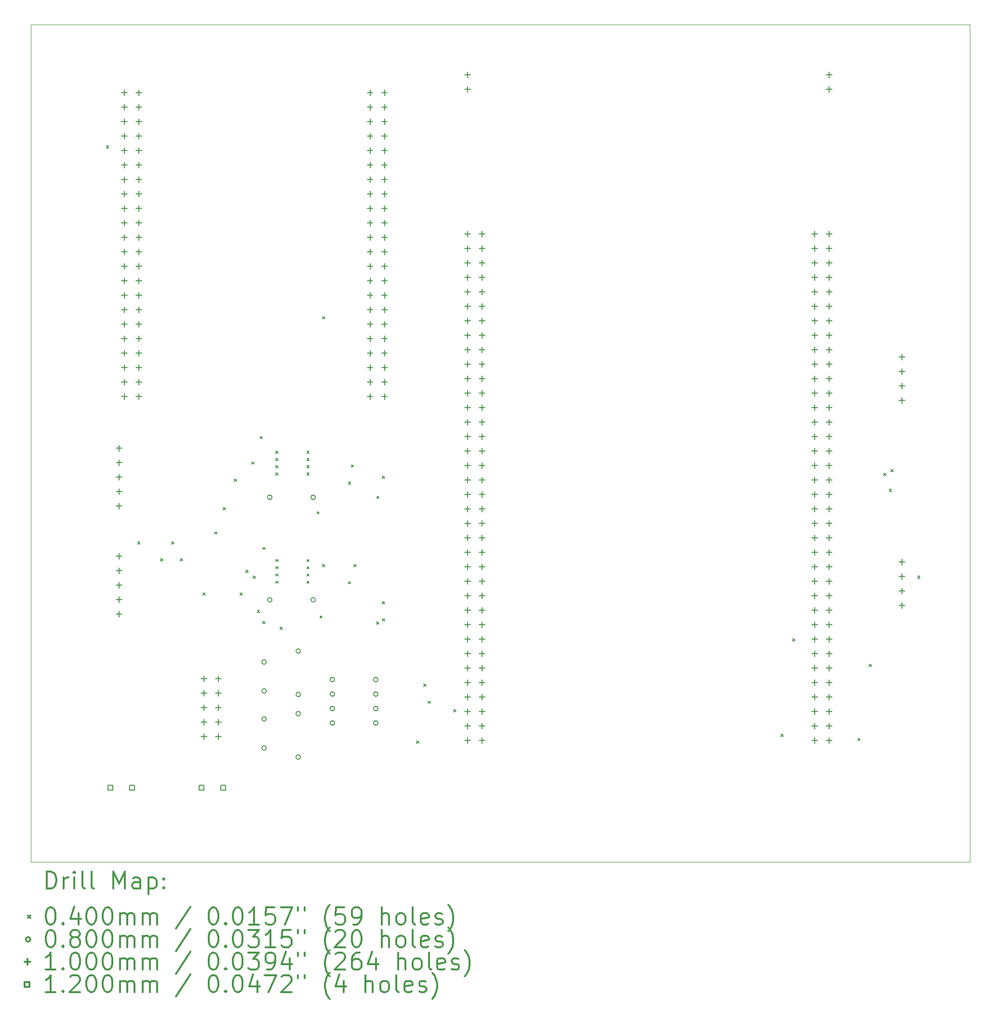
<source format=gbr>
%FSLAX45Y45*%
G04 Gerber Fmt 4.5, Leading zero omitted, Abs format (unit mm)*
G04 Created by KiCad (PCBNEW (5.1.10)-1) date 2021-07-20 10:53:30*
%MOMM*%
%LPD*%
G01*
G04 APERTURE LIST*
%TA.AperFunction,Profile*%
%ADD10C,0.100000*%
%TD*%
%ADD11C,0.200000*%
%ADD12C,0.300000*%
G04 APERTURE END LIST*
D10*
X24500000Y-4500000D02*
X24500000Y-19200000D01*
X8000000Y-4500000D02*
X24500000Y-4500000D01*
X8000000Y-19200000D02*
X8000000Y-4500000D01*
X24500000Y-19200000D02*
X8000000Y-19200000D01*
D11*
X9330000Y-6630000D02*
X9370000Y-6670000D01*
X9370000Y-6630000D02*
X9330000Y-6670000D01*
X9880000Y-13580000D02*
X9920000Y-13620000D01*
X9920000Y-13580000D02*
X9880000Y-13620000D01*
X10280000Y-13880000D02*
X10320000Y-13920000D01*
X10320000Y-13880000D02*
X10280000Y-13920000D01*
X10480000Y-13580000D02*
X10520000Y-13620000D01*
X10520000Y-13580000D02*
X10480000Y-13620000D01*
X10630000Y-13880000D02*
X10670000Y-13920000D01*
X10670000Y-13880000D02*
X10630000Y-13920000D01*
X11030000Y-14480000D02*
X11070000Y-14520000D01*
X11070000Y-14480000D02*
X11030000Y-14520000D01*
X11230000Y-13407500D02*
X11270000Y-13447500D01*
X11270000Y-13407500D02*
X11230000Y-13447500D01*
X11380000Y-12980000D02*
X11420000Y-13020000D01*
X11420000Y-12980000D02*
X11380000Y-13020000D01*
X11580000Y-12480000D02*
X11620000Y-12520000D01*
X11620000Y-12480000D02*
X11580000Y-12520000D01*
X11680000Y-14480000D02*
X11720000Y-14520000D01*
X11720000Y-14480000D02*
X11680000Y-14520000D01*
X11780000Y-14080000D02*
X11820000Y-14120000D01*
X11820000Y-14080000D02*
X11780000Y-14120000D01*
X11880000Y-12180000D02*
X11920000Y-12220000D01*
X11920000Y-12180000D02*
X11880000Y-12220000D01*
X11907500Y-14180000D02*
X11947500Y-14220000D01*
X11947500Y-14180000D02*
X11907500Y-14220000D01*
X11980000Y-14780000D02*
X12020000Y-14820000D01*
X12020000Y-14780000D02*
X11980000Y-14820000D01*
X12030000Y-11730000D02*
X12070000Y-11770000D01*
X12070000Y-11730000D02*
X12030000Y-11770000D01*
X12078735Y-13678735D02*
X12118735Y-13718735D01*
X12118735Y-13678735D02*
X12078735Y-13718735D01*
X12078735Y-14978735D02*
X12118735Y-15018735D01*
X12118735Y-14978735D02*
X12078735Y-15018735D01*
X12308900Y-11989500D02*
X12348900Y-12029500D01*
X12348900Y-11989500D02*
X12308900Y-12029500D01*
X12308900Y-12116500D02*
X12348900Y-12156500D01*
X12348900Y-12116500D02*
X12308900Y-12156500D01*
X12308900Y-12243500D02*
X12348900Y-12283500D01*
X12348900Y-12243500D02*
X12308900Y-12283500D01*
X12308900Y-12370500D02*
X12348900Y-12410500D01*
X12348900Y-12370500D02*
X12308900Y-12410500D01*
X12308900Y-13889500D02*
X12348900Y-13929500D01*
X12348900Y-13889500D02*
X12308900Y-13929500D01*
X12308900Y-14016500D02*
X12348900Y-14056500D01*
X12348900Y-14016500D02*
X12308900Y-14056500D01*
X12308900Y-14143500D02*
X12348900Y-14183500D01*
X12348900Y-14143500D02*
X12308900Y-14183500D01*
X12308900Y-14270500D02*
X12348900Y-14310500D01*
X12348900Y-14270500D02*
X12308900Y-14310500D01*
X12380000Y-15080000D02*
X12420000Y-15120000D01*
X12420000Y-15080000D02*
X12380000Y-15120000D01*
X12851100Y-11989500D02*
X12891100Y-12029500D01*
X12891100Y-11989500D02*
X12851100Y-12029500D01*
X12851100Y-12116500D02*
X12891100Y-12156500D01*
X12891100Y-12116500D02*
X12851100Y-12156500D01*
X12851100Y-12243500D02*
X12891100Y-12283500D01*
X12891100Y-12243500D02*
X12851100Y-12283500D01*
X12851100Y-12370500D02*
X12891100Y-12410500D01*
X12891100Y-12370500D02*
X12851100Y-12410500D01*
X12851100Y-13889500D02*
X12891100Y-13929500D01*
X12891100Y-13889500D02*
X12851100Y-13929500D01*
X12851100Y-14016500D02*
X12891100Y-14056500D01*
X12891100Y-14016500D02*
X12851100Y-14056500D01*
X12851100Y-14143500D02*
X12891100Y-14183500D01*
X12891100Y-14143500D02*
X12851100Y-14183500D01*
X12851100Y-14270500D02*
X12891100Y-14310500D01*
X12891100Y-14270500D02*
X12851100Y-14310500D01*
X13030000Y-13052500D02*
X13070000Y-13092500D01*
X13070000Y-13052500D02*
X13030000Y-13092500D01*
X13080000Y-14880000D02*
X13120000Y-14920000D01*
X13120000Y-14880000D02*
X13080000Y-14920000D01*
X13130000Y-9630000D02*
X13170000Y-9670000D01*
X13170000Y-9630000D02*
X13130000Y-9670000D01*
X13130000Y-13980000D02*
X13170000Y-14020000D01*
X13170000Y-13980000D02*
X13130000Y-14020000D01*
X13580000Y-12530000D02*
X13620000Y-12570000D01*
X13620000Y-12530000D02*
X13580000Y-12570000D01*
X13580000Y-14280000D02*
X13620000Y-14320000D01*
X13620000Y-14280000D02*
X13580000Y-14320000D01*
X13630000Y-12230000D02*
X13670000Y-12270000D01*
X13670000Y-12230000D02*
X13630000Y-12270000D01*
X13680000Y-13980000D02*
X13720000Y-14020000D01*
X13720000Y-13980000D02*
X13680000Y-14020000D01*
X14076500Y-14983500D02*
X14116500Y-15023500D01*
X14116500Y-14983500D02*
X14076500Y-15023500D01*
X14080000Y-12780000D02*
X14120000Y-12820000D01*
X14120000Y-12780000D02*
X14080000Y-12820000D01*
X14180000Y-12430000D02*
X14220000Y-12470000D01*
X14220000Y-12430000D02*
X14180000Y-12470000D01*
X14180000Y-14630000D02*
X14220000Y-14670000D01*
X14220000Y-14630000D02*
X14180000Y-14670000D01*
X14180000Y-14930000D02*
X14220000Y-14970000D01*
X14220000Y-14930000D02*
X14180000Y-14970000D01*
X14780000Y-17080000D02*
X14820000Y-17120000D01*
X14820000Y-17080000D02*
X14780000Y-17120000D01*
X14907500Y-16080000D02*
X14947500Y-16120000D01*
X14947500Y-16080000D02*
X14907500Y-16120000D01*
X14980000Y-16380000D02*
X15020000Y-16420000D01*
X15020000Y-16380000D02*
X14980000Y-16420000D01*
X15430000Y-16530000D02*
X15470000Y-16570000D01*
X15470000Y-16530000D02*
X15430000Y-16570000D01*
X21180000Y-16957500D02*
X21220000Y-16997500D01*
X21220000Y-16957500D02*
X21180000Y-16997500D01*
X21380000Y-15280000D02*
X21420000Y-15320000D01*
X21420000Y-15280000D02*
X21380000Y-15320000D01*
X22530000Y-17030000D02*
X22570000Y-17070000D01*
X22570000Y-17030000D02*
X22530000Y-17070000D01*
X22730000Y-15730000D02*
X22770000Y-15770000D01*
X22770000Y-15730000D02*
X22730000Y-15770000D01*
X22980000Y-12380000D02*
X23020000Y-12420000D01*
X23020000Y-12380000D02*
X22980000Y-12420000D01*
X23080000Y-12657500D02*
X23120000Y-12697500D01*
X23120000Y-12657500D02*
X23080000Y-12697500D01*
X23110000Y-12310000D02*
X23150000Y-12350000D01*
X23150000Y-12310000D02*
X23110000Y-12350000D01*
X23580000Y-14180000D02*
X23620000Y-14220000D01*
X23620000Y-14180000D02*
X23580000Y-14220000D01*
X12140000Y-15692000D02*
G75*
G03*
X12140000Y-15692000I-40000J0D01*
G01*
X12140000Y-16200000D02*
G75*
G03*
X12140000Y-16200000I-40000J0D01*
G01*
X12140000Y-16692000D02*
G75*
G03*
X12140000Y-16692000I-40000J0D01*
G01*
X12140000Y-17200000D02*
G75*
G03*
X12140000Y-17200000I-40000J0D01*
G01*
X12240000Y-12800000D02*
G75*
G03*
X12240000Y-12800000I-40000J0D01*
G01*
X12240000Y-14600000D02*
G75*
G03*
X12240000Y-14600000I-40000J0D01*
G01*
X12740000Y-15500000D02*
G75*
G03*
X12740000Y-15500000I-40000J0D01*
G01*
X12740000Y-16262000D02*
G75*
G03*
X12740000Y-16262000I-40000J0D01*
G01*
X12740000Y-16600000D02*
G75*
G03*
X12740000Y-16600000I-40000J0D01*
G01*
X12740000Y-17362000D02*
G75*
G03*
X12740000Y-17362000I-40000J0D01*
G01*
X13002000Y-12800000D02*
G75*
G03*
X13002000Y-12800000I-40000J0D01*
G01*
X13002000Y-14600000D02*
G75*
G03*
X13002000Y-14600000I-40000J0D01*
G01*
X13340000Y-16000000D02*
G75*
G03*
X13340000Y-16000000I-40000J0D01*
G01*
X13340000Y-16254000D02*
G75*
G03*
X13340000Y-16254000I-40000J0D01*
G01*
X13340000Y-16508000D02*
G75*
G03*
X13340000Y-16508000I-40000J0D01*
G01*
X13340000Y-16762000D02*
G75*
G03*
X13340000Y-16762000I-40000J0D01*
G01*
X14102000Y-16000000D02*
G75*
G03*
X14102000Y-16000000I-40000J0D01*
G01*
X14102000Y-16254000D02*
G75*
G03*
X14102000Y-16254000I-40000J0D01*
G01*
X14102000Y-16508000D02*
G75*
G03*
X14102000Y-16508000I-40000J0D01*
G01*
X14102000Y-16762000D02*
G75*
G03*
X14102000Y-16762000I-40000J0D01*
G01*
X9550000Y-11884000D02*
X9550000Y-11984000D01*
X9500000Y-11934000D02*
X9600000Y-11934000D01*
X9550000Y-12138000D02*
X9550000Y-12238000D01*
X9500000Y-12188000D02*
X9600000Y-12188000D01*
X9550000Y-12392000D02*
X9550000Y-12492000D01*
X9500000Y-12442000D02*
X9600000Y-12442000D01*
X9550000Y-12646000D02*
X9550000Y-12746000D01*
X9500000Y-12696000D02*
X9600000Y-12696000D01*
X9550000Y-12900000D02*
X9550000Y-13000000D01*
X9500000Y-12950000D02*
X9600000Y-12950000D01*
X9550000Y-13784000D02*
X9550000Y-13884000D01*
X9500000Y-13834000D02*
X9600000Y-13834000D01*
X9550000Y-14038000D02*
X9550000Y-14138000D01*
X9500000Y-14088000D02*
X9600000Y-14088000D01*
X9550000Y-14292000D02*
X9550000Y-14392000D01*
X9500000Y-14342000D02*
X9600000Y-14342000D01*
X9550000Y-14546000D02*
X9550000Y-14646000D01*
X9500000Y-14596000D02*
X9600000Y-14596000D01*
X9550000Y-14800000D02*
X9550000Y-14900000D01*
X9500000Y-14850000D02*
X9600000Y-14850000D01*
X9646000Y-5650000D02*
X9646000Y-5750000D01*
X9596000Y-5700000D02*
X9696000Y-5700000D01*
X9646000Y-5904000D02*
X9646000Y-6004000D01*
X9596000Y-5954000D02*
X9696000Y-5954000D01*
X9646000Y-6158000D02*
X9646000Y-6258000D01*
X9596000Y-6208000D02*
X9696000Y-6208000D01*
X9646000Y-6412000D02*
X9646000Y-6512000D01*
X9596000Y-6462000D02*
X9696000Y-6462000D01*
X9646000Y-6666000D02*
X9646000Y-6766000D01*
X9596000Y-6716000D02*
X9696000Y-6716000D01*
X9646000Y-6920000D02*
X9646000Y-7020000D01*
X9596000Y-6970000D02*
X9696000Y-6970000D01*
X9646000Y-7174000D02*
X9646000Y-7274000D01*
X9596000Y-7224000D02*
X9696000Y-7224000D01*
X9646000Y-7428000D02*
X9646000Y-7528000D01*
X9596000Y-7478000D02*
X9696000Y-7478000D01*
X9646000Y-7682000D02*
X9646000Y-7782000D01*
X9596000Y-7732000D02*
X9696000Y-7732000D01*
X9646000Y-7936000D02*
X9646000Y-8036000D01*
X9596000Y-7986000D02*
X9696000Y-7986000D01*
X9646000Y-8190000D02*
X9646000Y-8290000D01*
X9596000Y-8240000D02*
X9696000Y-8240000D01*
X9646000Y-8444000D02*
X9646000Y-8544000D01*
X9596000Y-8494000D02*
X9696000Y-8494000D01*
X9646000Y-8698000D02*
X9646000Y-8798000D01*
X9596000Y-8748000D02*
X9696000Y-8748000D01*
X9646000Y-8952000D02*
X9646000Y-9052000D01*
X9596000Y-9002000D02*
X9696000Y-9002000D01*
X9646000Y-9206000D02*
X9646000Y-9306000D01*
X9596000Y-9256000D02*
X9696000Y-9256000D01*
X9646000Y-9460000D02*
X9646000Y-9560000D01*
X9596000Y-9510000D02*
X9696000Y-9510000D01*
X9646000Y-9714000D02*
X9646000Y-9814000D01*
X9596000Y-9764000D02*
X9696000Y-9764000D01*
X9646000Y-9968000D02*
X9646000Y-10068000D01*
X9596000Y-10018000D02*
X9696000Y-10018000D01*
X9646000Y-10222000D02*
X9646000Y-10322000D01*
X9596000Y-10272000D02*
X9696000Y-10272000D01*
X9646000Y-10476000D02*
X9646000Y-10576000D01*
X9596000Y-10526000D02*
X9696000Y-10526000D01*
X9646000Y-10730000D02*
X9646000Y-10830000D01*
X9596000Y-10780000D02*
X9696000Y-10780000D01*
X9646000Y-10984000D02*
X9646000Y-11084000D01*
X9596000Y-11034000D02*
X9696000Y-11034000D01*
X9900000Y-5650000D02*
X9900000Y-5750000D01*
X9850000Y-5700000D02*
X9950000Y-5700000D01*
X9900000Y-5904000D02*
X9900000Y-6004000D01*
X9850000Y-5954000D02*
X9950000Y-5954000D01*
X9900000Y-6158000D02*
X9900000Y-6258000D01*
X9850000Y-6208000D02*
X9950000Y-6208000D01*
X9900000Y-6412000D02*
X9900000Y-6512000D01*
X9850000Y-6462000D02*
X9950000Y-6462000D01*
X9900000Y-6666000D02*
X9900000Y-6766000D01*
X9850000Y-6716000D02*
X9950000Y-6716000D01*
X9900000Y-6920000D02*
X9900000Y-7020000D01*
X9850000Y-6970000D02*
X9950000Y-6970000D01*
X9900000Y-7174000D02*
X9900000Y-7274000D01*
X9850000Y-7224000D02*
X9950000Y-7224000D01*
X9900000Y-7428000D02*
X9900000Y-7528000D01*
X9850000Y-7478000D02*
X9950000Y-7478000D01*
X9900000Y-7682000D02*
X9900000Y-7782000D01*
X9850000Y-7732000D02*
X9950000Y-7732000D01*
X9900000Y-7936000D02*
X9900000Y-8036000D01*
X9850000Y-7986000D02*
X9950000Y-7986000D01*
X9900000Y-8190000D02*
X9900000Y-8290000D01*
X9850000Y-8240000D02*
X9950000Y-8240000D01*
X9900000Y-8444000D02*
X9900000Y-8544000D01*
X9850000Y-8494000D02*
X9950000Y-8494000D01*
X9900000Y-8698000D02*
X9900000Y-8798000D01*
X9850000Y-8748000D02*
X9950000Y-8748000D01*
X9900000Y-8952000D02*
X9900000Y-9052000D01*
X9850000Y-9002000D02*
X9950000Y-9002000D01*
X9900000Y-9206000D02*
X9900000Y-9306000D01*
X9850000Y-9256000D02*
X9950000Y-9256000D01*
X9900000Y-9460000D02*
X9900000Y-9560000D01*
X9850000Y-9510000D02*
X9950000Y-9510000D01*
X9900000Y-9714000D02*
X9900000Y-9814000D01*
X9850000Y-9764000D02*
X9950000Y-9764000D01*
X9900000Y-9968000D02*
X9900000Y-10068000D01*
X9850000Y-10018000D02*
X9950000Y-10018000D01*
X9900000Y-10222000D02*
X9900000Y-10322000D01*
X9850000Y-10272000D02*
X9950000Y-10272000D01*
X9900000Y-10476000D02*
X9900000Y-10576000D01*
X9850000Y-10526000D02*
X9950000Y-10526000D01*
X9900000Y-10730000D02*
X9900000Y-10830000D01*
X9850000Y-10780000D02*
X9950000Y-10780000D01*
X9900000Y-10984000D02*
X9900000Y-11084000D01*
X9850000Y-11034000D02*
X9950000Y-11034000D01*
X11046000Y-15934000D02*
X11046000Y-16034000D01*
X10996000Y-15984000D02*
X11096000Y-15984000D01*
X11046000Y-16188000D02*
X11046000Y-16288000D01*
X10996000Y-16238000D02*
X11096000Y-16238000D01*
X11046000Y-16442000D02*
X11046000Y-16542000D01*
X10996000Y-16492000D02*
X11096000Y-16492000D01*
X11046000Y-16696000D02*
X11046000Y-16796000D01*
X10996000Y-16746000D02*
X11096000Y-16746000D01*
X11046000Y-16950000D02*
X11046000Y-17050000D01*
X10996000Y-17000000D02*
X11096000Y-17000000D01*
X11300000Y-15934000D02*
X11300000Y-16034000D01*
X11250000Y-15984000D02*
X11350000Y-15984000D01*
X11300000Y-16188000D02*
X11300000Y-16288000D01*
X11250000Y-16238000D02*
X11350000Y-16238000D01*
X11300000Y-16442000D02*
X11300000Y-16542000D01*
X11250000Y-16492000D02*
X11350000Y-16492000D01*
X11300000Y-16696000D02*
X11300000Y-16796000D01*
X11250000Y-16746000D02*
X11350000Y-16746000D01*
X11300000Y-16950000D02*
X11300000Y-17050000D01*
X11250000Y-17000000D02*
X11350000Y-17000000D01*
X13960000Y-5650000D02*
X13960000Y-5750000D01*
X13910000Y-5700000D02*
X14010000Y-5700000D01*
X13960000Y-5904000D02*
X13960000Y-6004000D01*
X13910000Y-5954000D02*
X14010000Y-5954000D01*
X13960000Y-6158000D02*
X13960000Y-6258000D01*
X13910000Y-6208000D02*
X14010000Y-6208000D01*
X13960000Y-6412000D02*
X13960000Y-6512000D01*
X13910000Y-6462000D02*
X14010000Y-6462000D01*
X13960000Y-6666000D02*
X13960000Y-6766000D01*
X13910000Y-6716000D02*
X14010000Y-6716000D01*
X13960000Y-6920000D02*
X13960000Y-7020000D01*
X13910000Y-6970000D02*
X14010000Y-6970000D01*
X13960000Y-7174000D02*
X13960000Y-7274000D01*
X13910000Y-7224000D02*
X14010000Y-7224000D01*
X13960000Y-7428000D02*
X13960000Y-7528000D01*
X13910000Y-7478000D02*
X14010000Y-7478000D01*
X13960000Y-7682000D02*
X13960000Y-7782000D01*
X13910000Y-7732000D02*
X14010000Y-7732000D01*
X13960000Y-7936000D02*
X13960000Y-8036000D01*
X13910000Y-7986000D02*
X14010000Y-7986000D01*
X13960000Y-8190000D02*
X13960000Y-8290000D01*
X13910000Y-8240000D02*
X14010000Y-8240000D01*
X13960000Y-8444000D02*
X13960000Y-8544000D01*
X13910000Y-8494000D02*
X14010000Y-8494000D01*
X13960000Y-8698000D02*
X13960000Y-8798000D01*
X13910000Y-8748000D02*
X14010000Y-8748000D01*
X13960000Y-8952000D02*
X13960000Y-9052000D01*
X13910000Y-9002000D02*
X14010000Y-9002000D01*
X13960000Y-9206000D02*
X13960000Y-9306000D01*
X13910000Y-9256000D02*
X14010000Y-9256000D01*
X13960000Y-9460000D02*
X13960000Y-9560000D01*
X13910000Y-9510000D02*
X14010000Y-9510000D01*
X13960000Y-9714000D02*
X13960000Y-9814000D01*
X13910000Y-9764000D02*
X14010000Y-9764000D01*
X13960000Y-9968000D02*
X13960000Y-10068000D01*
X13910000Y-10018000D02*
X14010000Y-10018000D01*
X13960000Y-10222000D02*
X13960000Y-10322000D01*
X13910000Y-10272000D02*
X14010000Y-10272000D01*
X13960000Y-10476000D02*
X13960000Y-10576000D01*
X13910000Y-10526000D02*
X14010000Y-10526000D01*
X13960000Y-10730000D02*
X13960000Y-10830000D01*
X13910000Y-10780000D02*
X14010000Y-10780000D01*
X13960000Y-10984000D02*
X13960000Y-11084000D01*
X13910000Y-11034000D02*
X14010000Y-11034000D01*
X14214000Y-5650000D02*
X14214000Y-5750000D01*
X14164000Y-5700000D02*
X14264000Y-5700000D01*
X14214000Y-5904000D02*
X14214000Y-6004000D01*
X14164000Y-5954000D02*
X14264000Y-5954000D01*
X14214000Y-6158000D02*
X14214000Y-6258000D01*
X14164000Y-6208000D02*
X14264000Y-6208000D01*
X14214000Y-6412000D02*
X14214000Y-6512000D01*
X14164000Y-6462000D02*
X14264000Y-6462000D01*
X14214000Y-6666000D02*
X14214000Y-6766000D01*
X14164000Y-6716000D02*
X14264000Y-6716000D01*
X14214000Y-6920000D02*
X14214000Y-7020000D01*
X14164000Y-6970000D02*
X14264000Y-6970000D01*
X14214000Y-7174000D02*
X14214000Y-7274000D01*
X14164000Y-7224000D02*
X14264000Y-7224000D01*
X14214000Y-7428000D02*
X14214000Y-7528000D01*
X14164000Y-7478000D02*
X14264000Y-7478000D01*
X14214000Y-7682000D02*
X14214000Y-7782000D01*
X14164000Y-7732000D02*
X14264000Y-7732000D01*
X14214000Y-7936000D02*
X14214000Y-8036000D01*
X14164000Y-7986000D02*
X14264000Y-7986000D01*
X14214000Y-8190000D02*
X14214000Y-8290000D01*
X14164000Y-8240000D02*
X14264000Y-8240000D01*
X14214000Y-8444000D02*
X14214000Y-8544000D01*
X14164000Y-8494000D02*
X14264000Y-8494000D01*
X14214000Y-8698000D02*
X14214000Y-8798000D01*
X14164000Y-8748000D02*
X14264000Y-8748000D01*
X14214000Y-8952000D02*
X14214000Y-9052000D01*
X14164000Y-9002000D02*
X14264000Y-9002000D01*
X14214000Y-9206000D02*
X14214000Y-9306000D01*
X14164000Y-9256000D02*
X14264000Y-9256000D01*
X14214000Y-9460000D02*
X14214000Y-9560000D01*
X14164000Y-9510000D02*
X14264000Y-9510000D01*
X14214000Y-9714000D02*
X14214000Y-9814000D01*
X14164000Y-9764000D02*
X14264000Y-9764000D01*
X14214000Y-9968000D02*
X14214000Y-10068000D01*
X14164000Y-10018000D02*
X14264000Y-10018000D01*
X14214000Y-10222000D02*
X14214000Y-10322000D01*
X14164000Y-10272000D02*
X14264000Y-10272000D01*
X14214000Y-10476000D02*
X14214000Y-10576000D01*
X14164000Y-10526000D02*
X14264000Y-10526000D01*
X14214000Y-10730000D02*
X14214000Y-10830000D01*
X14164000Y-10780000D02*
X14264000Y-10780000D01*
X14214000Y-10984000D02*
X14214000Y-11084000D01*
X14164000Y-11034000D02*
X14264000Y-11034000D01*
X15677500Y-5332500D02*
X15677500Y-5432500D01*
X15627500Y-5382500D02*
X15727500Y-5382500D01*
X15677500Y-5586500D02*
X15677500Y-5686500D01*
X15627500Y-5636500D02*
X15727500Y-5636500D01*
X15677500Y-8126500D02*
X15677500Y-8226500D01*
X15627500Y-8176500D02*
X15727500Y-8176500D01*
X15677500Y-8380500D02*
X15677500Y-8480500D01*
X15627500Y-8430500D02*
X15727500Y-8430500D01*
X15677500Y-8634500D02*
X15677500Y-8734500D01*
X15627500Y-8684500D02*
X15727500Y-8684500D01*
X15677500Y-8888500D02*
X15677500Y-8988500D01*
X15627500Y-8938500D02*
X15727500Y-8938500D01*
X15677500Y-9142500D02*
X15677500Y-9242500D01*
X15627500Y-9192500D02*
X15727500Y-9192500D01*
X15677500Y-9396500D02*
X15677500Y-9496500D01*
X15627500Y-9446500D02*
X15727500Y-9446500D01*
X15677500Y-9650500D02*
X15677500Y-9750500D01*
X15627500Y-9700500D02*
X15727500Y-9700500D01*
X15677500Y-9904500D02*
X15677500Y-10004500D01*
X15627500Y-9954500D02*
X15727500Y-9954500D01*
X15677500Y-10158500D02*
X15677500Y-10258500D01*
X15627500Y-10208500D02*
X15727500Y-10208500D01*
X15677500Y-10412500D02*
X15677500Y-10512500D01*
X15627500Y-10462500D02*
X15727500Y-10462500D01*
X15677500Y-10666500D02*
X15677500Y-10766500D01*
X15627500Y-10716500D02*
X15727500Y-10716500D01*
X15677500Y-10920500D02*
X15677500Y-11020500D01*
X15627500Y-10970500D02*
X15727500Y-10970500D01*
X15677500Y-11174500D02*
X15677500Y-11274500D01*
X15627500Y-11224500D02*
X15727500Y-11224500D01*
X15677500Y-11428500D02*
X15677500Y-11528500D01*
X15627500Y-11478500D02*
X15727500Y-11478500D01*
X15677500Y-11682500D02*
X15677500Y-11782500D01*
X15627500Y-11732500D02*
X15727500Y-11732500D01*
X15677500Y-11936500D02*
X15677500Y-12036500D01*
X15627500Y-11986500D02*
X15727500Y-11986500D01*
X15677500Y-12190500D02*
X15677500Y-12290500D01*
X15627500Y-12240500D02*
X15727500Y-12240500D01*
X15677500Y-12444500D02*
X15677500Y-12544500D01*
X15627500Y-12494500D02*
X15727500Y-12494500D01*
X15677500Y-12698500D02*
X15677500Y-12798500D01*
X15627500Y-12748500D02*
X15727500Y-12748500D01*
X15677500Y-12952500D02*
X15677500Y-13052500D01*
X15627500Y-13002500D02*
X15727500Y-13002500D01*
X15677500Y-13206500D02*
X15677500Y-13306500D01*
X15627500Y-13256500D02*
X15727500Y-13256500D01*
X15677500Y-13460500D02*
X15677500Y-13560500D01*
X15627500Y-13510500D02*
X15727500Y-13510500D01*
X15677500Y-13714500D02*
X15677500Y-13814500D01*
X15627500Y-13764500D02*
X15727500Y-13764500D01*
X15677500Y-13968500D02*
X15677500Y-14068500D01*
X15627500Y-14018500D02*
X15727500Y-14018500D01*
X15677500Y-14222500D02*
X15677500Y-14322500D01*
X15627500Y-14272500D02*
X15727500Y-14272500D01*
X15677500Y-14476500D02*
X15677500Y-14576500D01*
X15627500Y-14526500D02*
X15727500Y-14526500D01*
X15677500Y-14730500D02*
X15677500Y-14830500D01*
X15627500Y-14780500D02*
X15727500Y-14780500D01*
X15677500Y-14984500D02*
X15677500Y-15084500D01*
X15627500Y-15034500D02*
X15727500Y-15034500D01*
X15677500Y-15238500D02*
X15677500Y-15338500D01*
X15627500Y-15288500D02*
X15727500Y-15288500D01*
X15677500Y-15492500D02*
X15677500Y-15592500D01*
X15627500Y-15542500D02*
X15727500Y-15542500D01*
X15677500Y-15746500D02*
X15677500Y-15846500D01*
X15627500Y-15796500D02*
X15727500Y-15796500D01*
X15677500Y-16000500D02*
X15677500Y-16100500D01*
X15627500Y-16050500D02*
X15727500Y-16050500D01*
X15677500Y-16254500D02*
X15677500Y-16354500D01*
X15627500Y-16304500D02*
X15727500Y-16304500D01*
X15677500Y-16508500D02*
X15677500Y-16608500D01*
X15627500Y-16558500D02*
X15727500Y-16558500D01*
X15677500Y-16762500D02*
X15677500Y-16862500D01*
X15627500Y-16812500D02*
X15727500Y-16812500D01*
X15677500Y-17016500D02*
X15677500Y-17116500D01*
X15627500Y-17066500D02*
X15727500Y-17066500D01*
X15931500Y-8126500D02*
X15931500Y-8226500D01*
X15881500Y-8176500D02*
X15981500Y-8176500D01*
X15931500Y-8380500D02*
X15931500Y-8480500D01*
X15881500Y-8430500D02*
X15981500Y-8430500D01*
X15931500Y-8634500D02*
X15931500Y-8734500D01*
X15881500Y-8684500D02*
X15981500Y-8684500D01*
X15931500Y-8888500D02*
X15931500Y-8988500D01*
X15881500Y-8938500D02*
X15981500Y-8938500D01*
X15931500Y-9142500D02*
X15931500Y-9242500D01*
X15881500Y-9192500D02*
X15981500Y-9192500D01*
X15931500Y-9396500D02*
X15931500Y-9496500D01*
X15881500Y-9446500D02*
X15981500Y-9446500D01*
X15931500Y-9650500D02*
X15931500Y-9750500D01*
X15881500Y-9700500D02*
X15981500Y-9700500D01*
X15931500Y-9904500D02*
X15931500Y-10004500D01*
X15881500Y-9954500D02*
X15981500Y-9954500D01*
X15931500Y-10158500D02*
X15931500Y-10258500D01*
X15881500Y-10208500D02*
X15981500Y-10208500D01*
X15931500Y-10412500D02*
X15931500Y-10512500D01*
X15881500Y-10462500D02*
X15981500Y-10462500D01*
X15931500Y-10666500D02*
X15931500Y-10766500D01*
X15881500Y-10716500D02*
X15981500Y-10716500D01*
X15931500Y-10920500D02*
X15931500Y-11020500D01*
X15881500Y-10970500D02*
X15981500Y-10970500D01*
X15931500Y-11174500D02*
X15931500Y-11274500D01*
X15881500Y-11224500D02*
X15981500Y-11224500D01*
X15931500Y-11428500D02*
X15931500Y-11528500D01*
X15881500Y-11478500D02*
X15981500Y-11478500D01*
X15931500Y-11682500D02*
X15931500Y-11782500D01*
X15881500Y-11732500D02*
X15981500Y-11732500D01*
X15931500Y-11936500D02*
X15931500Y-12036500D01*
X15881500Y-11986500D02*
X15981500Y-11986500D01*
X15931500Y-12190500D02*
X15931500Y-12290500D01*
X15881500Y-12240500D02*
X15981500Y-12240500D01*
X15931500Y-12444500D02*
X15931500Y-12544500D01*
X15881500Y-12494500D02*
X15981500Y-12494500D01*
X15931500Y-12698500D02*
X15931500Y-12798500D01*
X15881500Y-12748500D02*
X15981500Y-12748500D01*
X15931500Y-12952500D02*
X15931500Y-13052500D01*
X15881500Y-13002500D02*
X15981500Y-13002500D01*
X15931500Y-13206500D02*
X15931500Y-13306500D01*
X15881500Y-13256500D02*
X15981500Y-13256500D01*
X15931500Y-13460500D02*
X15931500Y-13560500D01*
X15881500Y-13510500D02*
X15981500Y-13510500D01*
X15931500Y-13714500D02*
X15931500Y-13814500D01*
X15881500Y-13764500D02*
X15981500Y-13764500D01*
X15931500Y-13968500D02*
X15931500Y-14068500D01*
X15881500Y-14018500D02*
X15981500Y-14018500D01*
X15931500Y-14222500D02*
X15931500Y-14322500D01*
X15881500Y-14272500D02*
X15981500Y-14272500D01*
X15931500Y-14476500D02*
X15931500Y-14576500D01*
X15881500Y-14526500D02*
X15981500Y-14526500D01*
X15931500Y-14730500D02*
X15931500Y-14830500D01*
X15881500Y-14780500D02*
X15981500Y-14780500D01*
X15931500Y-14984500D02*
X15931500Y-15084500D01*
X15881500Y-15034500D02*
X15981500Y-15034500D01*
X15931500Y-15238500D02*
X15931500Y-15338500D01*
X15881500Y-15288500D02*
X15981500Y-15288500D01*
X15931500Y-15492500D02*
X15931500Y-15592500D01*
X15881500Y-15542500D02*
X15981500Y-15542500D01*
X15931500Y-15746500D02*
X15931500Y-15846500D01*
X15881500Y-15796500D02*
X15981500Y-15796500D01*
X15931500Y-16000500D02*
X15931500Y-16100500D01*
X15881500Y-16050500D02*
X15981500Y-16050500D01*
X15931500Y-16254500D02*
X15931500Y-16354500D01*
X15881500Y-16304500D02*
X15981500Y-16304500D01*
X15931500Y-16508500D02*
X15931500Y-16608500D01*
X15881500Y-16558500D02*
X15981500Y-16558500D01*
X15931500Y-16762500D02*
X15931500Y-16862500D01*
X15881500Y-16812500D02*
X15981500Y-16812500D01*
X15931500Y-17016500D02*
X15931500Y-17116500D01*
X15881500Y-17066500D02*
X15981500Y-17066500D01*
X21773500Y-8126500D02*
X21773500Y-8226500D01*
X21723500Y-8176500D02*
X21823500Y-8176500D01*
X21773500Y-8380500D02*
X21773500Y-8480500D01*
X21723500Y-8430500D02*
X21823500Y-8430500D01*
X21773500Y-8634500D02*
X21773500Y-8734500D01*
X21723500Y-8684500D02*
X21823500Y-8684500D01*
X21773500Y-8888500D02*
X21773500Y-8988500D01*
X21723500Y-8938500D02*
X21823500Y-8938500D01*
X21773500Y-9142500D02*
X21773500Y-9242500D01*
X21723500Y-9192500D02*
X21823500Y-9192500D01*
X21773500Y-9396500D02*
X21773500Y-9496500D01*
X21723500Y-9446500D02*
X21823500Y-9446500D01*
X21773500Y-9650500D02*
X21773500Y-9750500D01*
X21723500Y-9700500D02*
X21823500Y-9700500D01*
X21773500Y-9904500D02*
X21773500Y-10004500D01*
X21723500Y-9954500D02*
X21823500Y-9954500D01*
X21773500Y-10158500D02*
X21773500Y-10258500D01*
X21723500Y-10208500D02*
X21823500Y-10208500D01*
X21773500Y-10412500D02*
X21773500Y-10512500D01*
X21723500Y-10462500D02*
X21823500Y-10462500D01*
X21773500Y-10666500D02*
X21773500Y-10766500D01*
X21723500Y-10716500D02*
X21823500Y-10716500D01*
X21773500Y-10920500D02*
X21773500Y-11020500D01*
X21723500Y-10970500D02*
X21823500Y-10970500D01*
X21773500Y-11174500D02*
X21773500Y-11274500D01*
X21723500Y-11224500D02*
X21823500Y-11224500D01*
X21773500Y-11428500D02*
X21773500Y-11528500D01*
X21723500Y-11478500D02*
X21823500Y-11478500D01*
X21773500Y-11682500D02*
X21773500Y-11782500D01*
X21723500Y-11732500D02*
X21823500Y-11732500D01*
X21773500Y-11936500D02*
X21773500Y-12036500D01*
X21723500Y-11986500D02*
X21823500Y-11986500D01*
X21773500Y-12190500D02*
X21773500Y-12290500D01*
X21723500Y-12240500D02*
X21823500Y-12240500D01*
X21773500Y-12444500D02*
X21773500Y-12544500D01*
X21723500Y-12494500D02*
X21823500Y-12494500D01*
X21773500Y-12698500D02*
X21773500Y-12798500D01*
X21723500Y-12748500D02*
X21823500Y-12748500D01*
X21773500Y-12952500D02*
X21773500Y-13052500D01*
X21723500Y-13002500D02*
X21823500Y-13002500D01*
X21773500Y-13206500D02*
X21773500Y-13306500D01*
X21723500Y-13256500D02*
X21823500Y-13256500D01*
X21773500Y-13460500D02*
X21773500Y-13560500D01*
X21723500Y-13510500D02*
X21823500Y-13510500D01*
X21773500Y-13714500D02*
X21773500Y-13814500D01*
X21723500Y-13764500D02*
X21823500Y-13764500D01*
X21773500Y-13968500D02*
X21773500Y-14068500D01*
X21723500Y-14018500D02*
X21823500Y-14018500D01*
X21773500Y-14222500D02*
X21773500Y-14322500D01*
X21723500Y-14272500D02*
X21823500Y-14272500D01*
X21773500Y-14476500D02*
X21773500Y-14576500D01*
X21723500Y-14526500D02*
X21823500Y-14526500D01*
X21773500Y-14730500D02*
X21773500Y-14830500D01*
X21723500Y-14780500D02*
X21823500Y-14780500D01*
X21773500Y-14984500D02*
X21773500Y-15084500D01*
X21723500Y-15034500D02*
X21823500Y-15034500D01*
X21773500Y-15238500D02*
X21773500Y-15338500D01*
X21723500Y-15288500D02*
X21823500Y-15288500D01*
X21773500Y-15492500D02*
X21773500Y-15592500D01*
X21723500Y-15542500D02*
X21823500Y-15542500D01*
X21773500Y-15746500D02*
X21773500Y-15846500D01*
X21723500Y-15796500D02*
X21823500Y-15796500D01*
X21773500Y-16000500D02*
X21773500Y-16100500D01*
X21723500Y-16050500D02*
X21823500Y-16050500D01*
X21773500Y-16254500D02*
X21773500Y-16354500D01*
X21723500Y-16304500D02*
X21823500Y-16304500D01*
X21773500Y-16508500D02*
X21773500Y-16608500D01*
X21723500Y-16558500D02*
X21823500Y-16558500D01*
X21773500Y-16762500D02*
X21773500Y-16862500D01*
X21723500Y-16812500D02*
X21823500Y-16812500D01*
X21773500Y-17016500D02*
X21773500Y-17116500D01*
X21723500Y-17066500D02*
X21823500Y-17066500D01*
X22027500Y-5332500D02*
X22027500Y-5432500D01*
X21977500Y-5382500D02*
X22077500Y-5382500D01*
X22027500Y-5586500D02*
X22027500Y-5686500D01*
X21977500Y-5636500D02*
X22077500Y-5636500D01*
X22027500Y-8126500D02*
X22027500Y-8226500D01*
X21977500Y-8176500D02*
X22077500Y-8176500D01*
X22027500Y-8380500D02*
X22027500Y-8480500D01*
X21977500Y-8430500D02*
X22077500Y-8430500D01*
X22027500Y-8634500D02*
X22027500Y-8734500D01*
X21977500Y-8684500D02*
X22077500Y-8684500D01*
X22027500Y-8888500D02*
X22027500Y-8988500D01*
X21977500Y-8938500D02*
X22077500Y-8938500D01*
X22027500Y-9142500D02*
X22027500Y-9242500D01*
X21977500Y-9192500D02*
X22077500Y-9192500D01*
X22027500Y-9396500D02*
X22027500Y-9496500D01*
X21977500Y-9446500D02*
X22077500Y-9446500D01*
X22027500Y-9650500D02*
X22027500Y-9750500D01*
X21977500Y-9700500D02*
X22077500Y-9700500D01*
X22027500Y-9904500D02*
X22027500Y-10004500D01*
X21977500Y-9954500D02*
X22077500Y-9954500D01*
X22027500Y-10158500D02*
X22027500Y-10258500D01*
X21977500Y-10208500D02*
X22077500Y-10208500D01*
X22027500Y-10412500D02*
X22027500Y-10512500D01*
X21977500Y-10462500D02*
X22077500Y-10462500D01*
X22027500Y-10666500D02*
X22027500Y-10766500D01*
X21977500Y-10716500D02*
X22077500Y-10716500D01*
X22027500Y-10920500D02*
X22027500Y-11020500D01*
X21977500Y-10970500D02*
X22077500Y-10970500D01*
X22027500Y-11174500D02*
X22027500Y-11274500D01*
X21977500Y-11224500D02*
X22077500Y-11224500D01*
X22027500Y-11428500D02*
X22027500Y-11528500D01*
X21977500Y-11478500D02*
X22077500Y-11478500D01*
X22027500Y-11682500D02*
X22027500Y-11782500D01*
X21977500Y-11732500D02*
X22077500Y-11732500D01*
X22027500Y-11936500D02*
X22027500Y-12036500D01*
X21977500Y-11986500D02*
X22077500Y-11986500D01*
X22027500Y-12190500D02*
X22027500Y-12290500D01*
X21977500Y-12240500D02*
X22077500Y-12240500D01*
X22027500Y-12444500D02*
X22027500Y-12544500D01*
X21977500Y-12494500D02*
X22077500Y-12494500D01*
X22027500Y-12698500D02*
X22027500Y-12798500D01*
X21977500Y-12748500D02*
X22077500Y-12748500D01*
X22027500Y-12952500D02*
X22027500Y-13052500D01*
X21977500Y-13002500D02*
X22077500Y-13002500D01*
X22027500Y-13206500D02*
X22027500Y-13306500D01*
X21977500Y-13256500D02*
X22077500Y-13256500D01*
X22027500Y-13460500D02*
X22027500Y-13560500D01*
X21977500Y-13510500D02*
X22077500Y-13510500D01*
X22027500Y-13714500D02*
X22027500Y-13814500D01*
X21977500Y-13764500D02*
X22077500Y-13764500D01*
X22027500Y-13968500D02*
X22027500Y-14068500D01*
X21977500Y-14018500D02*
X22077500Y-14018500D01*
X22027500Y-14222500D02*
X22027500Y-14322500D01*
X21977500Y-14272500D02*
X22077500Y-14272500D01*
X22027500Y-14476500D02*
X22027500Y-14576500D01*
X21977500Y-14526500D02*
X22077500Y-14526500D01*
X22027500Y-14730500D02*
X22027500Y-14830500D01*
X21977500Y-14780500D02*
X22077500Y-14780500D01*
X22027500Y-14984500D02*
X22027500Y-15084500D01*
X21977500Y-15034500D02*
X22077500Y-15034500D01*
X22027500Y-15238500D02*
X22027500Y-15338500D01*
X21977500Y-15288500D02*
X22077500Y-15288500D01*
X22027500Y-15492500D02*
X22027500Y-15592500D01*
X21977500Y-15542500D02*
X22077500Y-15542500D01*
X22027500Y-15746500D02*
X22027500Y-15846500D01*
X21977500Y-15796500D02*
X22077500Y-15796500D01*
X22027500Y-16000500D02*
X22027500Y-16100500D01*
X21977500Y-16050500D02*
X22077500Y-16050500D01*
X22027500Y-16254500D02*
X22027500Y-16354500D01*
X21977500Y-16304500D02*
X22077500Y-16304500D01*
X22027500Y-16508500D02*
X22027500Y-16608500D01*
X21977500Y-16558500D02*
X22077500Y-16558500D01*
X22027500Y-16762500D02*
X22027500Y-16862500D01*
X21977500Y-16812500D02*
X22077500Y-16812500D01*
X22027500Y-17016500D02*
X22027500Y-17116500D01*
X21977500Y-17066500D02*
X22077500Y-17066500D01*
X23300000Y-10288000D02*
X23300000Y-10388000D01*
X23250000Y-10338000D02*
X23350000Y-10338000D01*
X23300000Y-10542000D02*
X23300000Y-10642000D01*
X23250000Y-10592000D02*
X23350000Y-10592000D01*
X23300000Y-10796000D02*
X23300000Y-10896000D01*
X23250000Y-10846000D02*
X23350000Y-10846000D01*
X23300000Y-11050000D02*
X23300000Y-11150000D01*
X23250000Y-11100000D02*
X23350000Y-11100000D01*
X23300000Y-13888000D02*
X23300000Y-13988000D01*
X23250000Y-13938000D02*
X23350000Y-13938000D01*
X23300000Y-14142000D02*
X23300000Y-14242000D01*
X23250000Y-14192000D02*
X23350000Y-14192000D01*
X23300000Y-14396000D02*
X23300000Y-14496000D01*
X23250000Y-14446000D02*
X23350000Y-14446000D01*
X23300000Y-14650000D02*
X23300000Y-14750000D01*
X23250000Y-14700000D02*
X23350000Y-14700000D01*
X9442427Y-17942427D02*
X9442427Y-17857573D01*
X9357573Y-17857573D01*
X9357573Y-17942427D01*
X9442427Y-17942427D01*
X9823427Y-17942427D02*
X9823427Y-17857573D01*
X9738573Y-17857573D01*
X9738573Y-17942427D01*
X9823427Y-17942427D01*
X11042427Y-17942427D02*
X11042427Y-17857573D01*
X10957573Y-17857573D01*
X10957573Y-17942427D01*
X11042427Y-17942427D01*
X11423427Y-17942427D02*
X11423427Y-17857573D01*
X11338573Y-17857573D01*
X11338573Y-17942427D01*
X11423427Y-17942427D01*
D12*
X8281428Y-19670714D02*
X8281428Y-19370714D01*
X8352857Y-19370714D01*
X8395714Y-19385000D01*
X8424286Y-19413572D01*
X8438571Y-19442143D01*
X8452857Y-19499286D01*
X8452857Y-19542143D01*
X8438571Y-19599286D01*
X8424286Y-19627857D01*
X8395714Y-19656429D01*
X8352857Y-19670714D01*
X8281428Y-19670714D01*
X8581428Y-19670714D02*
X8581428Y-19470714D01*
X8581428Y-19527857D02*
X8595714Y-19499286D01*
X8610000Y-19485000D01*
X8638571Y-19470714D01*
X8667143Y-19470714D01*
X8767143Y-19670714D02*
X8767143Y-19470714D01*
X8767143Y-19370714D02*
X8752857Y-19385000D01*
X8767143Y-19399286D01*
X8781428Y-19385000D01*
X8767143Y-19370714D01*
X8767143Y-19399286D01*
X8952857Y-19670714D02*
X8924286Y-19656429D01*
X8910000Y-19627857D01*
X8910000Y-19370714D01*
X9110000Y-19670714D02*
X9081428Y-19656429D01*
X9067143Y-19627857D01*
X9067143Y-19370714D01*
X9452857Y-19670714D02*
X9452857Y-19370714D01*
X9552857Y-19585000D01*
X9652857Y-19370714D01*
X9652857Y-19670714D01*
X9924286Y-19670714D02*
X9924286Y-19513572D01*
X9910000Y-19485000D01*
X9881428Y-19470714D01*
X9824286Y-19470714D01*
X9795714Y-19485000D01*
X9924286Y-19656429D02*
X9895714Y-19670714D01*
X9824286Y-19670714D01*
X9795714Y-19656429D01*
X9781428Y-19627857D01*
X9781428Y-19599286D01*
X9795714Y-19570714D01*
X9824286Y-19556429D01*
X9895714Y-19556429D01*
X9924286Y-19542143D01*
X10067143Y-19470714D02*
X10067143Y-19770714D01*
X10067143Y-19485000D02*
X10095714Y-19470714D01*
X10152857Y-19470714D01*
X10181428Y-19485000D01*
X10195714Y-19499286D01*
X10210000Y-19527857D01*
X10210000Y-19613572D01*
X10195714Y-19642143D01*
X10181428Y-19656429D01*
X10152857Y-19670714D01*
X10095714Y-19670714D01*
X10067143Y-19656429D01*
X10338571Y-19642143D02*
X10352857Y-19656429D01*
X10338571Y-19670714D01*
X10324286Y-19656429D01*
X10338571Y-19642143D01*
X10338571Y-19670714D01*
X10338571Y-19485000D02*
X10352857Y-19499286D01*
X10338571Y-19513572D01*
X10324286Y-19499286D01*
X10338571Y-19485000D01*
X10338571Y-19513572D01*
X7955000Y-20145000D02*
X7995000Y-20185000D01*
X7995000Y-20145000D02*
X7955000Y-20185000D01*
X8338571Y-20000714D02*
X8367143Y-20000714D01*
X8395714Y-20015000D01*
X8410000Y-20029286D01*
X8424286Y-20057857D01*
X8438571Y-20115000D01*
X8438571Y-20186429D01*
X8424286Y-20243572D01*
X8410000Y-20272143D01*
X8395714Y-20286429D01*
X8367143Y-20300714D01*
X8338571Y-20300714D01*
X8310000Y-20286429D01*
X8295714Y-20272143D01*
X8281428Y-20243572D01*
X8267143Y-20186429D01*
X8267143Y-20115000D01*
X8281428Y-20057857D01*
X8295714Y-20029286D01*
X8310000Y-20015000D01*
X8338571Y-20000714D01*
X8567143Y-20272143D02*
X8581428Y-20286429D01*
X8567143Y-20300714D01*
X8552857Y-20286429D01*
X8567143Y-20272143D01*
X8567143Y-20300714D01*
X8838571Y-20100714D02*
X8838571Y-20300714D01*
X8767143Y-19986429D02*
X8695714Y-20200714D01*
X8881428Y-20200714D01*
X9052857Y-20000714D02*
X9081428Y-20000714D01*
X9110000Y-20015000D01*
X9124286Y-20029286D01*
X9138571Y-20057857D01*
X9152857Y-20115000D01*
X9152857Y-20186429D01*
X9138571Y-20243572D01*
X9124286Y-20272143D01*
X9110000Y-20286429D01*
X9081428Y-20300714D01*
X9052857Y-20300714D01*
X9024286Y-20286429D01*
X9010000Y-20272143D01*
X8995714Y-20243572D01*
X8981428Y-20186429D01*
X8981428Y-20115000D01*
X8995714Y-20057857D01*
X9010000Y-20029286D01*
X9024286Y-20015000D01*
X9052857Y-20000714D01*
X9338571Y-20000714D02*
X9367143Y-20000714D01*
X9395714Y-20015000D01*
X9410000Y-20029286D01*
X9424286Y-20057857D01*
X9438571Y-20115000D01*
X9438571Y-20186429D01*
X9424286Y-20243572D01*
X9410000Y-20272143D01*
X9395714Y-20286429D01*
X9367143Y-20300714D01*
X9338571Y-20300714D01*
X9310000Y-20286429D01*
X9295714Y-20272143D01*
X9281428Y-20243572D01*
X9267143Y-20186429D01*
X9267143Y-20115000D01*
X9281428Y-20057857D01*
X9295714Y-20029286D01*
X9310000Y-20015000D01*
X9338571Y-20000714D01*
X9567143Y-20300714D02*
X9567143Y-20100714D01*
X9567143Y-20129286D02*
X9581428Y-20115000D01*
X9610000Y-20100714D01*
X9652857Y-20100714D01*
X9681428Y-20115000D01*
X9695714Y-20143572D01*
X9695714Y-20300714D01*
X9695714Y-20143572D02*
X9710000Y-20115000D01*
X9738571Y-20100714D01*
X9781428Y-20100714D01*
X9810000Y-20115000D01*
X9824286Y-20143572D01*
X9824286Y-20300714D01*
X9967143Y-20300714D02*
X9967143Y-20100714D01*
X9967143Y-20129286D02*
X9981428Y-20115000D01*
X10010000Y-20100714D01*
X10052857Y-20100714D01*
X10081428Y-20115000D01*
X10095714Y-20143572D01*
X10095714Y-20300714D01*
X10095714Y-20143572D02*
X10110000Y-20115000D01*
X10138571Y-20100714D01*
X10181428Y-20100714D01*
X10210000Y-20115000D01*
X10224286Y-20143572D01*
X10224286Y-20300714D01*
X10810000Y-19986429D02*
X10552857Y-20372143D01*
X11195714Y-20000714D02*
X11224286Y-20000714D01*
X11252857Y-20015000D01*
X11267143Y-20029286D01*
X11281428Y-20057857D01*
X11295714Y-20115000D01*
X11295714Y-20186429D01*
X11281428Y-20243572D01*
X11267143Y-20272143D01*
X11252857Y-20286429D01*
X11224286Y-20300714D01*
X11195714Y-20300714D01*
X11167143Y-20286429D01*
X11152857Y-20272143D01*
X11138571Y-20243572D01*
X11124286Y-20186429D01*
X11124286Y-20115000D01*
X11138571Y-20057857D01*
X11152857Y-20029286D01*
X11167143Y-20015000D01*
X11195714Y-20000714D01*
X11424286Y-20272143D02*
X11438571Y-20286429D01*
X11424286Y-20300714D01*
X11410000Y-20286429D01*
X11424286Y-20272143D01*
X11424286Y-20300714D01*
X11624286Y-20000714D02*
X11652857Y-20000714D01*
X11681428Y-20015000D01*
X11695714Y-20029286D01*
X11710000Y-20057857D01*
X11724286Y-20115000D01*
X11724286Y-20186429D01*
X11710000Y-20243572D01*
X11695714Y-20272143D01*
X11681428Y-20286429D01*
X11652857Y-20300714D01*
X11624286Y-20300714D01*
X11595714Y-20286429D01*
X11581428Y-20272143D01*
X11567143Y-20243572D01*
X11552857Y-20186429D01*
X11552857Y-20115000D01*
X11567143Y-20057857D01*
X11581428Y-20029286D01*
X11595714Y-20015000D01*
X11624286Y-20000714D01*
X12010000Y-20300714D02*
X11838571Y-20300714D01*
X11924286Y-20300714D02*
X11924286Y-20000714D01*
X11895714Y-20043572D01*
X11867143Y-20072143D01*
X11838571Y-20086429D01*
X12281428Y-20000714D02*
X12138571Y-20000714D01*
X12124286Y-20143572D01*
X12138571Y-20129286D01*
X12167143Y-20115000D01*
X12238571Y-20115000D01*
X12267143Y-20129286D01*
X12281428Y-20143572D01*
X12295714Y-20172143D01*
X12295714Y-20243572D01*
X12281428Y-20272143D01*
X12267143Y-20286429D01*
X12238571Y-20300714D01*
X12167143Y-20300714D01*
X12138571Y-20286429D01*
X12124286Y-20272143D01*
X12395714Y-20000714D02*
X12595714Y-20000714D01*
X12467143Y-20300714D01*
X12695714Y-20000714D02*
X12695714Y-20057857D01*
X12810000Y-20000714D02*
X12810000Y-20057857D01*
X13252857Y-20415000D02*
X13238571Y-20400714D01*
X13210000Y-20357857D01*
X13195714Y-20329286D01*
X13181428Y-20286429D01*
X13167143Y-20215000D01*
X13167143Y-20157857D01*
X13181428Y-20086429D01*
X13195714Y-20043572D01*
X13210000Y-20015000D01*
X13238571Y-19972143D01*
X13252857Y-19957857D01*
X13510000Y-20000714D02*
X13367143Y-20000714D01*
X13352857Y-20143572D01*
X13367143Y-20129286D01*
X13395714Y-20115000D01*
X13467143Y-20115000D01*
X13495714Y-20129286D01*
X13510000Y-20143572D01*
X13524286Y-20172143D01*
X13524286Y-20243572D01*
X13510000Y-20272143D01*
X13495714Y-20286429D01*
X13467143Y-20300714D01*
X13395714Y-20300714D01*
X13367143Y-20286429D01*
X13352857Y-20272143D01*
X13667143Y-20300714D02*
X13724286Y-20300714D01*
X13752857Y-20286429D01*
X13767143Y-20272143D01*
X13795714Y-20229286D01*
X13810000Y-20172143D01*
X13810000Y-20057857D01*
X13795714Y-20029286D01*
X13781428Y-20015000D01*
X13752857Y-20000714D01*
X13695714Y-20000714D01*
X13667143Y-20015000D01*
X13652857Y-20029286D01*
X13638571Y-20057857D01*
X13638571Y-20129286D01*
X13652857Y-20157857D01*
X13667143Y-20172143D01*
X13695714Y-20186429D01*
X13752857Y-20186429D01*
X13781428Y-20172143D01*
X13795714Y-20157857D01*
X13810000Y-20129286D01*
X14167143Y-20300714D02*
X14167143Y-20000714D01*
X14295714Y-20300714D02*
X14295714Y-20143572D01*
X14281428Y-20115000D01*
X14252857Y-20100714D01*
X14210000Y-20100714D01*
X14181428Y-20115000D01*
X14167143Y-20129286D01*
X14481428Y-20300714D02*
X14452857Y-20286429D01*
X14438571Y-20272143D01*
X14424286Y-20243572D01*
X14424286Y-20157857D01*
X14438571Y-20129286D01*
X14452857Y-20115000D01*
X14481428Y-20100714D01*
X14524286Y-20100714D01*
X14552857Y-20115000D01*
X14567143Y-20129286D01*
X14581428Y-20157857D01*
X14581428Y-20243572D01*
X14567143Y-20272143D01*
X14552857Y-20286429D01*
X14524286Y-20300714D01*
X14481428Y-20300714D01*
X14752857Y-20300714D02*
X14724286Y-20286429D01*
X14710000Y-20257857D01*
X14710000Y-20000714D01*
X14981428Y-20286429D02*
X14952857Y-20300714D01*
X14895714Y-20300714D01*
X14867143Y-20286429D01*
X14852857Y-20257857D01*
X14852857Y-20143572D01*
X14867143Y-20115000D01*
X14895714Y-20100714D01*
X14952857Y-20100714D01*
X14981428Y-20115000D01*
X14995714Y-20143572D01*
X14995714Y-20172143D01*
X14852857Y-20200714D01*
X15110000Y-20286429D02*
X15138571Y-20300714D01*
X15195714Y-20300714D01*
X15224286Y-20286429D01*
X15238571Y-20257857D01*
X15238571Y-20243572D01*
X15224286Y-20215000D01*
X15195714Y-20200714D01*
X15152857Y-20200714D01*
X15124286Y-20186429D01*
X15110000Y-20157857D01*
X15110000Y-20143572D01*
X15124286Y-20115000D01*
X15152857Y-20100714D01*
X15195714Y-20100714D01*
X15224286Y-20115000D01*
X15338571Y-20415000D02*
X15352857Y-20400714D01*
X15381428Y-20357857D01*
X15395714Y-20329286D01*
X15410000Y-20286429D01*
X15424286Y-20215000D01*
X15424286Y-20157857D01*
X15410000Y-20086429D01*
X15395714Y-20043572D01*
X15381428Y-20015000D01*
X15352857Y-19972143D01*
X15338571Y-19957857D01*
X7995000Y-20561000D02*
G75*
G03*
X7995000Y-20561000I-40000J0D01*
G01*
X8338571Y-20396714D02*
X8367143Y-20396714D01*
X8395714Y-20411000D01*
X8410000Y-20425286D01*
X8424286Y-20453857D01*
X8438571Y-20511000D01*
X8438571Y-20582429D01*
X8424286Y-20639572D01*
X8410000Y-20668143D01*
X8395714Y-20682429D01*
X8367143Y-20696714D01*
X8338571Y-20696714D01*
X8310000Y-20682429D01*
X8295714Y-20668143D01*
X8281428Y-20639572D01*
X8267143Y-20582429D01*
X8267143Y-20511000D01*
X8281428Y-20453857D01*
X8295714Y-20425286D01*
X8310000Y-20411000D01*
X8338571Y-20396714D01*
X8567143Y-20668143D02*
X8581428Y-20682429D01*
X8567143Y-20696714D01*
X8552857Y-20682429D01*
X8567143Y-20668143D01*
X8567143Y-20696714D01*
X8752857Y-20525286D02*
X8724286Y-20511000D01*
X8710000Y-20496714D01*
X8695714Y-20468143D01*
X8695714Y-20453857D01*
X8710000Y-20425286D01*
X8724286Y-20411000D01*
X8752857Y-20396714D01*
X8810000Y-20396714D01*
X8838571Y-20411000D01*
X8852857Y-20425286D01*
X8867143Y-20453857D01*
X8867143Y-20468143D01*
X8852857Y-20496714D01*
X8838571Y-20511000D01*
X8810000Y-20525286D01*
X8752857Y-20525286D01*
X8724286Y-20539572D01*
X8710000Y-20553857D01*
X8695714Y-20582429D01*
X8695714Y-20639572D01*
X8710000Y-20668143D01*
X8724286Y-20682429D01*
X8752857Y-20696714D01*
X8810000Y-20696714D01*
X8838571Y-20682429D01*
X8852857Y-20668143D01*
X8867143Y-20639572D01*
X8867143Y-20582429D01*
X8852857Y-20553857D01*
X8838571Y-20539572D01*
X8810000Y-20525286D01*
X9052857Y-20396714D02*
X9081428Y-20396714D01*
X9110000Y-20411000D01*
X9124286Y-20425286D01*
X9138571Y-20453857D01*
X9152857Y-20511000D01*
X9152857Y-20582429D01*
X9138571Y-20639572D01*
X9124286Y-20668143D01*
X9110000Y-20682429D01*
X9081428Y-20696714D01*
X9052857Y-20696714D01*
X9024286Y-20682429D01*
X9010000Y-20668143D01*
X8995714Y-20639572D01*
X8981428Y-20582429D01*
X8981428Y-20511000D01*
X8995714Y-20453857D01*
X9010000Y-20425286D01*
X9024286Y-20411000D01*
X9052857Y-20396714D01*
X9338571Y-20396714D02*
X9367143Y-20396714D01*
X9395714Y-20411000D01*
X9410000Y-20425286D01*
X9424286Y-20453857D01*
X9438571Y-20511000D01*
X9438571Y-20582429D01*
X9424286Y-20639572D01*
X9410000Y-20668143D01*
X9395714Y-20682429D01*
X9367143Y-20696714D01*
X9338571Y-20696714D01*
X9310000Y-20682429D01*
X9295714Y-20668143D01*
X9281428Y-20639572D01*
X9267143Y-20582429D01*
X9267143Y-20511000D01*
X9281428Y-20453857D01*
X9295714Y-20425286D01*
X9310000Y-20411000D01*
X9338571Y-20396714D01*
X9567143Y-20696714D02*
X9567143Y-20496714D01*
X9567143Y-20525286D02*
X9581428Y-20511000D01*
X9610000Y-20496714D01*
X9652857Y-20496714D01*
X9681428Y-20511000D01*
X9695714Y-20539572D01*
X9695714Y-20696714D01*
X9695714Y-20539572D02*
X9710000Y-20511000D01*
X9738571Y-20496714D01*
X9781428Y-20496714D01*
X9810000Y-20511000D01*
X9824286Y-20539572D01*
X9824286Y-20696714D01*
X9967143Y-20696714D02*
X9967143Y-20496714D01*
X9967143Y-20525286D02*
X9981428Y-20511000D01*
X10010000Y-20496714D01*
X10052857Y-20496714D01*
X10081428Y-20511000D01*
X10095714Y-20539572D01*
X10095714Y-20696714D01*
X10095714Y-20539572D02*
X10110000Y-20511000D01*
X10138571Y-20496714D01*
X10181428Y-20496714D01*
X10210000Y-20511000D01*
X10224286Y-20539572D01*
X10224286Y-20696714D01*
X10810000Y-20382429D02*
X10552857Y-20768143D01*
X11195714Y-20396714D02*
X11224286Y-20396714D01*
X11252857Y-20411000D01*
X11267143Y-20425286D01*
X11281428Y-20453857D01*
X11295714Y-20511000D01*
X11295714Y-20582429D01*
X11281428Y-20639572D01*
X11267143Y-20668143D01*
X11252857Y-20682429D01*
X11224286Y-20696714D01*
X11195714Y-20696714D01*
X11167143Y-20682429D01*
X11152857Y-20668143D01*
X11138571Y-20639572D01*
X11124286Y-20582429D01*
X11124286Y-20511000D01*
X11138571Y-20453857D01*
X11152857Y-20425286D01*
X11167143Y-20411000D01*
X11195714Y-20396714D01*
X11424286Y-20668143D02*
X11438571Y-20682429D01*
X11424286Y-20696714D01*
X11410000Y-20682429D01*
X11424286Y-20668143D01*
X11424286Y-20696714D01*
X11624286Y-20396714D02*
X11652857Y-20396714D01*
X11681428Y-20411000D01*
X11695714Y-20425286D01*
X11710000Y-20453857D01*
X11724286Y-20511000D01*
X11724286Y-20582429D01*
X11710000Y-20639572D01*
X11695714Y-20668143D01*
X11681428Y-20682429D01*
X11652857Y-20696714D01*
X11624286Y-20696714D01*
X11595714Y-20682429D01*
X11581428Y-20668143D01*
X11567143Y-20639572D01*
X11552857Y-20582429D01*
X11552857Y-20511000D01*
X11567143Y-20453857D01*
X11581428Y-20425286D01*
X11595714Y-20411000D01*
X11624286Y-20396714D01*
X11824286Y-20396714D02*
X12010000Y-20396714D01*
X11910000Y-20511000D01*
X11952857Y-20511000D01*
X11981428Y-20525286D01*
X11995714Y-20539572D01*
X12010000Y-20568143D01*
X12010000Y-20639572D01*
X11995714Y-20668143D01*
X11981428Y-20682429D01*
X11952857Y-20696714D01*
X11867143Y-20696714D01*
X11838571Y-20682429D01*
X11824286Y-20668143D01*
X12295714Y-20696714D02*
X12124286Y-20696714D01*
X12210000Y-20696714D02*
X12210000Y-20396714D01*
X12181428Y-20439572D01*
X12152857Y-20468143D01*
X12124286Y-20482429D01*
X12567143Y-20396714D02*
X12424286Y-20396714D01*
X12410000Y-20539572D01*
X12424286Y-20525286D01*
X12452857Y-20511000D01*
X12524286Y-20511000D01*
X12552857Y-20525286D01*
X12567143Y-20539572D01*
X12581428Y-20568143D01*
X12581428Y-20639572D01*
X12567143Y-20668143D01*
X12552857Y-20682429D01*
X12524286Y-20696714D01*
X12452857Y-20696714D01*
X12424286Y-20682429D01*
X12410000Y-20668143D01*
X12695714Y-20396714D02*
X12695714Y-20453857D01*
X12810000Y-20396714D02*
X12810000Y-20453857D01*
X13252857Y-20811000D02*
X13238571Y-20796714D01*
X13210000Y-20753857D01*
X13195714Y-20725286D01*
X13181428Y-20682429D01*
X13167143Y-20611000D01*
X13167143Y-20553857D01*
X13181428Y-20482429D01*
X13195714Y-20439572D01*
X13210000Y-20411000D01*
X13238571Y-20368143D01*
X13252857Y-20353857D01*
X13352857Y-20425286D02*
X13367143Y-20411000D01*
X13395714Y-20396714D01*
X13467143Y-20396714D01*
X13495714Y-20411000D01*
X13510000Y-20425286D01*
X13524286Y-20453857D01*
X13524286Y-20482429D01*
X13510000Y-20525286D01*
X13338571Y-20696714D01*
X13524286Y-20696714D01*
X13710000Y-20396714D02*
X13738571Y-20396714D01*
X13767143Y-20411000D01*
X13781428Y-20425286D01*
X13795714Y-20453857D01*
X13810000Y-20511000D01*
X13810000Y-20582429D01*
X13795714Y-20639572D01*
X13781428Y-20668143D01*
X13767143Y-20682429D01*
X13738571Y-20696714D01*
X13710000Y-20696714D01*
X13681428Y-20682429D01*
X13667143Y-20668143D01*
X13652857Y-20639572D01*
X13638571Y-20582429D01*
X13638571Y-20511000D01*
X13652857Y-20453857D01*
X13667143Y-20425286D01*
X13681428Y-20411000D01*
X13710000Y-20396714D01*
X14167143Y-20696714D02*
X14167143Y-20396714D01*
X14295714Y-20696714D02*
X14295714Y-20539572D01*
X14281428Y-20511000D01*
X14252857Y-20496714D01*
X14210000Y-20496714D01*
X14181428Y-20511000D01*
X14167143Y-20525286D01*
X14481428Y-20696714D02*
X14452857Y-20682429D01*
X14438571Y-20668143D01*
X14424286Y-20639572D01*
X14424286Y-20553857D01*
X14438571Y-20525286D01*
X14452857Y-20511000D01*
X14481428Y-20496714D01*
X14524286Y-20496714D01*
X14552857Y-20511000D01*
X14567143Y-20525286D01*
X14581428Y-20553857D01*
X14581428Y-20639572D01*
X14567143Y-20668143D01*
X14552857Y-20682429D01*
X14524286Y-20696714D01*
X14481428Y-20696714D01*
X14752857Y-20696714D02*
X14724286Y-20682429D01*
X14710000Y-20653857D01*
X14710000Y-20396714D01*
X14981428Y-20682429D02*
X14952857Y-20696714D01*
X14895714Y-20696714D01*
X14867143Y-20682429D01*
X14852857Y-20653857D01*
X14852857Y-20539572D01*
X14867143Y-20511000D01*
X14895714Y-20496714D01*
X14952857Y-20496714D01*
X14981428Y-20511000D01*
X14995714Y-20539572D01*
X14995714Y-20568143D01*
X14852857Y-20596714D01*
X15110000Y-20682429D02*
X15138571Y-20696714D01*
X15195714Y-20696714D01*
X15224286Y-20682429D01*
X15238571Y-20653857D01*
X15238571Y-20639572D01*
X15224286Y-20611000D01*
X15195714Y-20596714D01*
X15152857Y-20596714D01*
X15124286Y-20582429D01*
X15110000Y-20553857D01*
X15110000Y-20539572D01*
X15124286Y-20511000D01*
X15152857Y-20496714D01*
X15195714Y-20496714D01*
X15224286Y-20511000D01*
X15338571Y-20811000D02*
X15352857Y-20796714D01*
X15381428Y-20753857D01*
X15395714Y-20725286D01*
X15410000Y-20682429D01*
X15424286Y-20611000D01*
X15424286Y-20553857D01*
X15410000Y-20482429D01*
X15395714Y-20439572D01*
X15381428Y-20411000D01*
X15352857Y-20368143D01*
X15338571Y-20353857D01*
X7945000Y-20907000D02*
X7945000Y-21007000D01*
X7895000Y-20957000D02*
X7995000Y-20957000D01*
X8438571Y-21092714D02*
X8267143Y-21092714D01*
X8352857Y-21092714D02*
X8352857Y-20792714D01*
X8324286Y-20835572D01*
X8295714Y-20864143D01*
X8267143Y-20878429D01*
X8567143Y-21064143D02*
X8581428Y-21078429D01*
X8567143Y-21092714D01*
X8552857Y-21078429D01*
X8567143Y-21064143D01*
X8567143Y-21092714D01*
X8767143Y-20792714D02*
X8795714Y-20792714D01*
X8824286Y-20807000D01*
X8838571Y-20821286D01*
X8852857Y-20849857D01*
X8867143Y-20907000D01*
X8867143Y-20978429D01*
X8852857Y-21035572D01*
X8838571Y-21064143D01*
X8824286Y-21078429D01*
X8795714Y-21092714D01*
X8767143Y-21092714D01*
X8738571Y-21078429D01*
X8724286Y-21064143D01*
X8710000Y-21035572D01*
X8695714Y-20978429D01*
X8695714Y-20907000D01*
X8710000Y-20849857D01*
X8724286Y-20821286D01*
X8738571Y-20807000D01*
X8767143Y-20792714D01*
X9052857Y-20792714D02*
X9081428Y-20792714D01*
X9110000Y-20807000D01*
X9124286Y-20821286D01*
X9138571Y-20849857D01*
X9152857Y-20907000D01*
X9152857Y-20978429D01*
X9138571Y-21035572D01*
X9124286Y-21064143D01*
X9110000Y-21078429D01*
X9081428Y-21092714D01*
X9052857Y-21092714D01*
X9024286Y-21078429D01*
X9010000Y-21064143D01*
X8995714Y-21035572D01*
X8981428Y-20978429D01*
X8981428Y-20907000D01*
X8995714Y-20849857D01*
X9010000Y-20821286D01*
X9024286Y-20807000D01*
X9052857Y-20792714D01*
X9338571Y-20792714D02*
X9367143Y-20792714D01*
X9395714Y-20807000D01*
X9410000Y-20821286D01*
X9424286Y-20849857D01*
X9438571Y-20907000D01*
X9438571Y-20978429D01*
X9424286Y-21035572D01*
X9410000Y-21064143D01*
X9395714Y-21078429D01*
X9367143Y-21092714D01*
X9338571Y-21092714D01*
X9310000Y-21078429D01*
X9295714Y-21064143D01*
X9281428Y-21035572D01*
X9267143Y-20978429D01*
X9267143Y-20907000D01*
X9281428Y-20849857D01*
X9295714Y-20821286D01*
X9310000Y-20807000D01*
X9338571Y-20792714D01*
X9567143Y-21092714D02*
X9567143Y-20892714D01*
X9567143Y-20921286D02*
X9581428Y-20907000D01*
X9610000Y-20892714D01*
X9652857Y-20892714D01*
X9681428Y-20907000D01*
X9695714Y-20935572D01*
X9695714Y-21092714D01*
X9695714Y-20935572D02*
X9710000Y-20907000D01*
X9738571Y-20892714D01*
X9781428Y-20892714D01*
X9810000Y-20907000D01*
X9824286Y-20935572D01*
X9824286Y-21092714D01*
X9967143Y-21092714D02*
X9967143Y-20892714D01*
X9967143Y-20921286D02*
X9981428Y-20907000D01*
X10010000Y-20892714D01*
X10052857Y-20892714D01*
X10081428Y-20907000D01*
X10095714Y-20935572D01*
X10095714Y-21092714D01*
X10095714Y-20935572D02*
X10110000Y-20907000D01*
X10138571Y-20892714D01*
X10181428Y-20892714D01*
X10210000Y-20907000D01*
X10224286Y-20935572D01*
X10224286Y-21092714D01*
X10810000Y-20778429D02*
X10552857Y-21164143D01*
X11195714Y-20792714D02*
X11224286Y-20792714D01*
X11252857Y-20807000D01*
X11267143Y-20821286D01*
X11281428Y-20849857D01*
X11295714Y-20907000D01*
X11295714Y-20978429D01*
X11281428Y-21035572D01*
X11267143Y-21064143D01*
X11252857Y-21078429D01*
X11224286Y-21092714D01*
X11195714Y-21092714D01*
X11167143Y-21078429D01*
X11152857Y-21064143D01*
X11138571Y-21035572D01*
X11124286Y-20978429D01*
X11124286Y-20907000D01*
X11138571Y-20849857D01*
X11152857Y-20821286D01*
X11167143Y-20807000D01*
X11195714Y-20792714D01*
X11424286Y-21064143D02*
X11438571Y-21078429D01*
X11424286Y-21092714D01*
X11410000Y-21078429D01*
X11424286Y-21064143D01*
X11424286Y-21092714D01*
X11624286Y-20792714D02*
X11652857Y-20792714D01*
X11681428Y-20807000D01*
X11695714Y-20821286D01*
X11710000Y-20849857D01*
X11724286Y-20907000D01*
X11724286Y-20978429D01*
X11710000Y-21035572D01*
X11695714Y-21064143D01*
X11681428Y-21078429D01*
X11652857Y-21092714D01*
X11624286Y-21092714D01*
X11595714Y-21078429D01*
X11581428Y-21064143D01*
X11567143Y-21035572D01*
X11552857Y-20978429D01*
X11552857Y-20907000D01*
X11567143Y-20849857D01*
X11581428Y-20821286D01*
X11595714Y-20807000D01*
X11624286Y-20792714D01*
X11824286Y-20792714D02*
X12010000Y-20792714D01*
X11910000Y-20907000D01*
X11952857Y-20907000D01*
X11981428Y-20921286D01*
X11995714Y-20935572D01*
X12010000Y-20964143D01*
X12010000Y-21035572D01*
X11995714Y-21064143D01*
X11981428Y-21078429D01*
X11952857Y-21092714D01*
X11867143Y-21092714D01*
X11838571Y-21078429D01*
X11824286Y-21064143D01*
X12152857Y-21092714D02*
X12210000Y-21092714D01*
X12238571Y-21078429D01*
X12252857Y-21064143D01*
X12281428Y-21021286D01*
X12295714Y-20964143D01*
X12295714Y-20849857D01*
X12281428Y-20821286D01*
X12267143Y-20807000D01*
X12238571Y-20792714D01*
X12181428Y-20792714D01*
X12152857Y-20807000D01*
X12138571Y-20821286D01*
X12124286Y-20849857D01*
X12124286Y-20921286D01*
X12138571Y-20949857D01*
X12152857Y-20964143D01*
X12181428Y-20978429D01*
X12238571Y-20978429D01*
X12267143Y-20964143D01*
X12281428Y-20949857D01*
X12295714Y-20921286D01*
X12552857Y-20892714D02*
X12552857Y-21092714D01*
X12481428Y-20778429D02*
X12410000Y-20992714D01*
X12595714Y-20992714D01*
X12695714Y-20792714D02*
X12695714Y-20849857D01*
X12810000Y-20792714D02*
X12810000Y-20849857D01*
X13252857Y-21207000D02*
X13238571Y-21192714D01*
X13210000Y-21149857D01*
X13195714Y-21121286D01*
X13181428Y-21078429D01*
X13167143Y-21007000D01*
X13167143Y-20949857D01*
X13181428Y-20878429D01*
X13195714Y-20835572D01*
X13210000Y-20807000D01*
X13238571Y-20764143D01*
X13252857Y-20749857D01*
X13352857Y-20821286D02*
X13367143Y-20807000D01*
X13395714Y-20792714D01*
X13467143Y-20792714D01*
X13495714Y-20807000D01*
X13510000Y-20821286D01*
X13524286Y-20849857D01*
X13524286Y-20878429D01*
X13510000Y-20921286D01*
X13338571Y-21092714D01*
X13524286Y-21092714D01*
X13781428Y-20792714D02*
X13724286Y-20792714D01*
X13695714Y-20807000D01*
X13681428Y-20821286D01*
X13652857Y-20864143D01*
X13638571Y-20921286D01*
X13638571Y-21035572D01*
X13652857Y-21064143D01*
X13667143Y-21078429D01*
X13695714Y-21092714D01*
X13752857Y-21092714D01*
X13781428Y-21078429D01*
X13795714Y-21064143D01*
X13810000Y-21035572D01*
X13810000Y-20964143D01*
X13795714Y-20935572D01*
X13781428Y-20921286D01*
X13752857Y-20907000D01*
X13695714Y-20907000D01*
X13667143Y-20921286D01*
X13652857Y-20935572D01*
X13638571Y-20964143D01*
X14067143Y-20892714D02*
X14067143Y-21092714D01*
X13995714Y-20778429D02*
X13924286Y-20992714D01*
X14110000Y-20992714D01*
X14452857Y-21092714D02*
X14452857Y-20792714D01*
X14581428Y-21092714D02*
X14581428Y-20935572D01*
X14567143Y-20907000D01*
X14538571Y-20892714D01*
X14495714Y-20892714D01*
X14467143Y-20907000D01*
X14452857Y-20921286D01*
X14767143Y-21092714D02*
X14738571Y-21078429D01*
X14724286Y-21064143D01*
X14710000Y-21035572D01*
X14710000Y-20949857D01*
X14724286Y-20921286D01*
X14738571Y-20907000D01*
X14767143Y-20892714D01*
X14810000Y-20892714D01*
X14838571Y-20907000D01*
X14852857Y-20921286D01*
X14867143Y-20949857D01*
X14867143Y-21035572D01*
X14852857Y-21064143D01*
X14838571Y-21078429D01*
X14810000Y-21092714D01*
X14767143Y-21092714D01*
X15038571Y-21092714D02*
X15010000Y-21078429D01*
X14995714Y-21049857D01*
X14995714Y-20792714D01*
X15267143Y-21078429D02*
X15238571Y-21092714D01*
X15181428Y-21092714D01*
X15152857Y-21078429D01*
X15138571Y-21049857D01*
X15138571Y-20935572D01*
X15152857Y-20907000D01*
X15181428Y-20892714D01*
X15238571Y-20892714D01*
X15267143Y-20907000D01*
X15281428Y-20935572D01*
X15281428Y-20964143D01*
X15138571Y-20992714D01*
X15395714Y-21078429D02*
X15424286Y-21092714D01*
X15481428Y-21092714D01*
X15510000Y-21078429D01*
X15524286Y-21049857D01*
X15524286Y-21035572D01*
X15510000Y-21007000D01*
X15481428Y-20992714D01*
X15438571Y-20992714D01*
X15410000Y-20978429D01*
X15395714Y-20949857D01*
X15395714Y-20935572D01*
X15410000Y-20907000D01*
X15438571Y-20892714D01*
X15481428Y-20892714D01*
X15510000Y-20907000D01*
X15624286Y-21207000D02*
X15638571Y-21192714D01*
X15667143Y-21149857D01*
X15681428Y-21121286D01*
X15695714Y-21078429D01*
X15710000Y-21007000D01*
X15710000Y-20949857D01*
X15695714Y-20878429D01*
X15681428Y-20835572D01*
X15667143Y-20807000D01*
X15638571Y-20764143D01*
X15624286Y-20749857D01*
X7977427Y-21395427D02*
X7977427Y-21310573D01*
X7892573Y-21310573D01*
X7892573Y-21395427D01*
X7977427Y-21395427D01*
X8438571Y-21488714D02*
X8267143Y-21488714D01*
X8352857Y-21488714D02*
X8352857Y-21188714D01*
X8324286Y-21231572D01*
X8295714Y-21260143D01*
X8267143Y-21274429D01*
X8567143Y-21460143D02*
X8581428Y-21474429D01*
X8567143Y-21488714D01*
X8552857Y-21474429D01*
X8567143Y-21460143D01*
X8567143Y-21488714D01*
X8695714Y-21217286D02*
X8710000Y-21203000D01*
X8738571Y-21188714D01*
X8810000Y-21188714D01*
X8838571Y-21203000D01*
X8852857Y-21217286D01*
X8867143Y-21245857D01*
X8867143Y-21274429D01*
X8852857Y-21317286D01*
X8681428Y-21488714D01*
X8867143Y-21488714D01*
X9052857Y-21188714D02*
X9081428Y-21188714D01*
X9110000Y-21203000D01*
X9124286Y-21217286D01*
X9138571Y-21245857D01*
X9152857Y-21303000D01*
X9152857Y-21374429D01*
X9138571Y-21431572D01*
X9124286Y-21460143D01*
X9110000Y-21474429D01*
X9081428Y-21488714D01*
X9052857Y-21488714D01*
X9024286Y-21474429D01*
X9010000Y-21460143D01*
X8995714Y-21431572D01*
X8981428Y-21374429D01*
X8981428Y-21303000D01*
X8995714Y-21245857D01*
X9010000Y-21217286D01*
X9024286Y-21203000D01*
X9052857Y-21188714D01*
X9338571Y-21188714D02*
X9367143Y-21188714D01*
X9395714Y-21203000D01*
X9410000Y-21217286D01*
X9424286Y-21245857D01*
X9438571Y-21303000D01*
X9438571Y-21374429D01*
X9424286Y-21431572D01*
X9410000Y-21460143D01*
X9395714Y-21474429D01*
X9367143Y-21488714D01*
X9338571Y-21488714D01*
X9310000Y-21474429D01*
X9295714Y-21460143D01*
X9281428Y-21431572D01*
X9267143Y-21374429D01*
X9267143Y-21303000D01*
X9281428Y-21245857D01*
X9295714Y-21217286D01*
X9310000Y-21203000D01*
X9338571Y-21188714D01*
X9567143Y-21488714D02*
X9567143Y-21288714D01*
X9567143Y-21317286D02*
X9581428Y-21303000D01*
X9610000Y-21288714D01*
X9652857Y-21288714D01*
X9681428Y-21303000D01*
X9695714Y-21331572D01*
X9695714Y-21488714D01*
X9695714Y-21331572D02*
X9710000Y-21303000D01*
X9738571Y-21288714D01*
X9781428Y-21288714D01*
X9810000Y-21303000D01*
X9824286Y-21331572D01*
X9824286Y-21488714D01*
X9967143Y-21488714D02*
X9967143Y-21288714D01*
X9967143Y-21317286D02*
X9981428Y-21303000D01*
X10010000Y-21288714D01*
X10052857Y-21288714D01*
X10081428Y-21303000D01*
X10095714Y-21331572D01*
X10095714Y-21488714D01*
X10095714Y-21331572D02*
X10110000Y-21303000D01*
X10138571Y-21288714D01*
X10181428Y-21288714D01*
X10210000Y-21303000D01*
X10224286Y-21331572D01*
X10224286Y-21488714D01*
X10810000Y-21174429D02*
X10552857Y-21560143D01*
X11195714Y-21188714D02*
X11224286Y-21188714D01*
X11252857Y-21203000D01*
X11267143Y-21217286D01*
X11281428Y-21245857D01*
X11295714Y-21303000D01*
X11295714Y-21374429D01*
X11281428Y-21431572D01*
X11267143Y-21460143D01*
X11252857Y-21474429D01*
X11224286Y-21488714D01*
X11195714Y-21488714D01*
X11167143Y-21474429D01*
X11152857Y-21460143D01*
X11138571Y-21431572D01*
X11124286Y-21374429D01*
X11124286Y-21303000D01*
X11138571Y-21245857D01*
X11152857Y-21217286D01*
X11167143Y-21203000D01*
X11195714Y-21188714D01*
X11424286Y-21460143D02*
X11438571Y-21474429D01*
X11424286Y-21488714D01*
X11410000Y-21474429D01*
X11424286Y-21460143D01*
X11424286Y-21488714D01*
X11624286Y-21188714D02*
X11652857Y-21188714D01*
X11681428Y-21203000D01*
X11695714Y-21217286D01*
X11710000Y-21245857D01*
X11724286Y-21303000D01*
X11724286Y-21374429D01*
X11710000Y-21431572D01*
X11695714Y-21460143D01*
X11681428Y-21474429D01*
X11652857Y-21488714D01*
X11624286Y-21488714D01*
X11595714Y-21474429D01*
X11581428Y-21460143D01*
X11567143Y-21431572D01*
X11552857Y-21374429D01*
X11552857Y-21303000D01*
X11567143Y-21245857D01*
X11581428Y-21217286D01*
X11595714Y-21203000D01*
X11624286Y-21188714D01*
X11981428Y-21288714D02*
X11981428Y-21488714D01*
X11910000Y-21174429D02*
X11838571Y-21388714D01*
X12024286Y-21388714D01*
X12110000Y-21188714D02*
X12310000Y-21188714D01*
X12181428Y-21488714D01*
X12410000Y-21217286D02*
X12424286Y-21203000D01*
X12452857Y-21188714D01*
X12524286Y-21188714D01*
X12552857Y-21203000D01*
X12567143Y-21217286D01*
X12581428Y-21245857D01*
X12581428Y-21274429D01*
X12567143Y-21317286D01*
X12395714Y-21488714D01*
X12581428Y-21488714D01*
X12695714Y-21188714D02*
X12695714Y-21245857D01*
X12810000Y-21188714D02*
X12810000Y-21245857D01*
X13252857Y-21603000D02*
X13238571Y-21588714D01*
X13210000Y-21545857D01*
X13195714Y-21517286D01*
X13181428Y-21474429D01*
X13167143Y-21403000D01*
X13167143Y-21345857D01*
X13181428Y-21274429D01*
X13195714Y-21231572D01*
X13210000Y-21203000D01*
X13238571Y-21160143D01*
X13252857Y-21145857D01*
X13495714Y-21288714D02*
X13495714Y-21488714D01*
X13424286Y-21174429D02*
X13352857Y-21388714D01*
X13538571Y-21388714D01*
X13881428Y-21488714D02*
X13881428Y-21188714D01*
X14010000Y-21488714D02*
X14010000Y-21331572D01*
X13995714Y-21303000D01*
X13967143Y-21288714D01*
X13924286Y-21288714D01*
X13895714Y-21303000D01*
X13881428Y-21317286D01*
X14195714Y-21488714D02*
X14167143Y-21474429D01*
X14152857Y-21460143D01*
X14138571Y-21431572D01*
X14138571Y-21345857D01*
X14152857Y-21317286D01*
X14167143Y-21303000D01*
X14195714Y-21288714D01*
X14238571Y-21288714D01*
X14267143Y-21303000D01*
X14281428Y-21317286D01*
X14295714Y-21345857D01*
X14295714Y-21431572D01*
X14281428Y-21460143D01*
X14267143Y-21474429D01*
X14238571Y-21488714D01*
X14195714Y-21488714D01*
X14467143Y-21488714D02*
X14438571Y-21474429D01*
X14424286Y-21445857D01*
X14424286Y-21188714D01*
X14695714Y-21474429D02*
X14667143Y-21488714D01*
X14610000Y-21488714D01*
X14581428Y-21474429D01*
X14567143Y-21445857D01*
X14567143Y-21331572D01*
X14581428Y-21303000D01*
X14610000Y-21288714D01*
X14667143Y-21288714D01*
X14695714Y-21303000D01*
X14710000Y-21331572D01*
X14710000Y-21360143D01*
X14567143Y-21388714D01*
X14824286Y-21474429D02*
X14852857Y-21488714D01*
X14910000Y-21488714D01*
X14938571Y-21474429D01*
X14952857Y-21445857D01*
X14952857Y-21431572D01*
X14938571Y-21403000D01*
X14910000Y-21388714D01*
X14867143Y-21388714D01*
X14838571Y-21374429D01*
X14824286Y-21345857D01*
X14824286Y-21331572D01*
X14838571Y-21303000D01*
X14867143Y-21288714D01*
X14910000Y-21288714D01*
X14938571Y-21303000D01*
X15052857Y-21603000D02*
X15067143Y-21588714D01*
X15095714Y-21545857D01*
X15110000Y-21517286D01*
X15124286Y-21474429D01*
X15138571Y-21403000D01*
X15138571Y-21345857D01*
X15124286Y-21274429D01*
X15110000Y-21231572D01*
X15095714Y-21203000D01*
X15067143Y-21160143D01*
X15052857Y-21145857D01*
M02*

</source>
